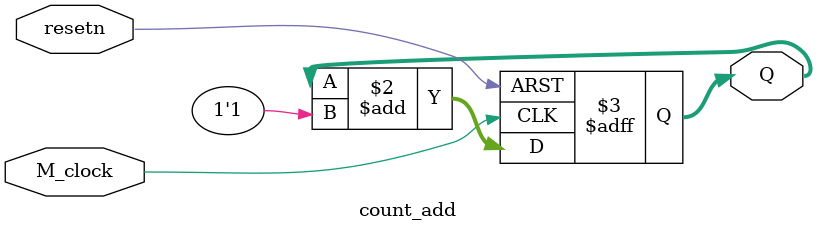
<source format=v>
module processor(
    //input CLOCK_50,
    output wire [7:0] LEDR,
    input [2:0] KEY,      
    output [6:0] HEX0,
    output [6:0] HEX1,
    output [6:0] HEX2,
    output [6:0] HEX3,
    output [6:0] HEX4,
    output [6:0] HEX5
);
    // declare variables
    wire resetn;
    wire M_clock, P_clock;
    reg [7:0] BusWires;
    reg [7:0] Rin, Rout;        // eight 8-bit register's input and output
    reg [7:0] Sum; 
    reg IRin, DINout, Ain, Gin, Gout, AddSub;
    //wire [1:0] Tstep_Q;         // 2 different time input
    wire [1:0] I;               // 2-bit instruction decode
    wire [7:0] Xreg, Yreg;
    reg [7:0] R0, R1, R2, R3, R4, R5, R6, R7, A, G;
    reg [7:0] IR;              // IIXXXYYY
    wire [7:0] Sel;            // choose which Buswires

    assign resetn = !KEY[0];
    assign M_clock = !KEY[1];
    assign P_clock = !KEY[2];
    assign LEDR[7:0] = BusWires[7:0];
    assign I = IR[7:6];

    //upcount Tstep(resetn, P_clock, Tstep_Q);        // T0-T3 four period
    dec3to8 decX1(IR[5:3], 1'b1, Xreg);             // choose R0-R7
    dec3to8 decX0(IR[2:0], 1'b1, Yreg);

    /*    
    指令列表：
    00：    mv
    01:     mvi
    10:     add
    11:     sub
    */

    // 5-bit read address
    wire [4:0] address;
    wire [7:0] DIN;
    rom myromfunction(.address(address), .clock(M_clock), .q(DIN));
    count_add mycount_add(resetn, M_clock, address);
   
    
    always@(posedge P_clock)
    begin
        // specify initial values
        Ain <= 1'b0;
        Gin <= 1'b0;
        Gout <= 1'b0;
        AddSub <= 1'b0;
        IRin <= 1'b0;
        DINout <= 1'b0;
        Rin[7:0] <= 8'b0;
        Rout[7:0] <= 8'b0;
        IR[7:0] <= DIN[7:0];

        case(I)
            2'b00:   // mv Rx,Ry
            begin
                Rout <= Yreg;
                Rin <= Xreg;
            end
            2'b01:    // mvi Rx,#D
            begin
                DINout <= 1'b1;
                Rin <= Xreg;
            end
            2'b10:    // add Rx,Ry
            begin
                Gin <= 1'b1;
                Ain <= 1'b1;
                Rout <= Yreg;
                Gout <= 1'b1;
                Rin <= Xreg;
            end
            2'b11:    // sub Rx, Ry
            begin 
                Gin <= 1'b1;
                Ain <= 1'b1;
                Rout <= Yreg;
                AddSub <= 1'b1;         //sub
                Gout <= 1'b1;
                Rin <= Xreg;
            end
            default: ;
        endcase

        // register banks
        R0 <= Rin[0] ? BusWires : R0;
        R1 <= Rin[1] ? BusWires : R1;
        R2 <= Rin[2] ? BusWires : R2;
        R3 <= Rin[3] ? BusWires : R3;
        R4 <= Rin[4] ? BusWires : R4;
        R5 <= Rin[5] ? BusWires : R5;
        R6 <= Rin[6] ? BusWires : R6;
        R7 <= Rin[7] ? BusWires : R7;
        A <= Ain ? BusWires : A;
        // ALU
        if(!AddSub)
            Sum = A + BusWires;
        else
            Sum = A - BusWires;
        G <= Gin ? Sum : G;
    end
    
    // define the bus
    assign Sel = {Rout, Gout, DINout};

    always@(*)
    begin
        if(Sel==10'b1000000000)
            BusWires = R0;
        else if(Sel==10'b0100000000)
            BusWires = R1;
        else if(Sel==10'b0010000000)
            BusWires = R2;
        else if(Sel==10'b0001000000)
            BusWires = R3;
        else if(Sel==10'b0000100000)
            BusWires = R4;
        else if(Sel==10'b0000010000)
            BusWires = R5;
        else if(Sel==10'b0000001000)
            BusWires = R6;
        else if(Sel==10'b0000000100)
            BusWires = R7;
        else if(Sel==10'b0000000010)
            BusWires = G;
        else                        
            BusWires = DIN;
    end

    // Display value of DIN
    HEX_to_seven_segment DIN1(DIN[7:4], HEX5);
    HEX_to_seven_segment DIN0(DIN[3:0], HEX4);
    // Display value of R0
    HEX_to_seven_segment R01(R0[7:4], HEX3);
    HEX_to_seven_segment R00(R0[3:0], HEX2);
    // Display value of R1
    HEX_to_seven_segment R11(R1[7:4], HEX1);
    HEX_to_seven_segment R10(R1[3:0], HEX0);

endmodule

/*
module upcount(clear, P_clock, Tstep_Q);
    input clear, P_clock;
    output reg [1:0] Tstep_Q;

    always@ (posedge P_clock)
        if(clear)
            Tstep_Q <= 2'b0;
        else
            Tstep_Q <= Tstep_Q + 1'b1;
endmodule
*/

// En is original from Tstep
module dec3to8(W, En, Y);
    input [2:0] W;
    input En;
    output reg [7:0] Y;

    always@ (W or En) 
    begin 
        if(En == 1'b1) begin
            case(W)
                3'b000: Y = 8'b10000000;
                3'b001: Y = 8'b01000000;
                3'b010: Y = 8'b00100000;
                3'b011: Y = 8'b00010000;
                3'b100: Y = 8'b00001000;
                3'b101: Y = 8'b00000100;
                3'b110: Y = 8'b00000010;
                3'b111: Y = 8'b00000001;
            endcase
        end
        else
            Y = 8'b00000000;
    end
endmodule


module regn(R, Rin, P_clock, Q);
    parameter n = 8;
    input [n-1:0] R;
    input Rin, P_clock;
    output reg [n-1:0] Q;

    always@ (posedge P_clock)
        if(Rin)
            Q <= R;
        else
            Q <= Q;
endmodule

module count_add(resetn, M_clock, Q);
    input resetn, M_clock;
    output reg [4:0] Q;

    always@ (posedge M_clock or posedge resetn)
        if(resetn)
            Q <= 5'd0;
        else
            Q <= Q + 1'b1;
endmodule
</source>
